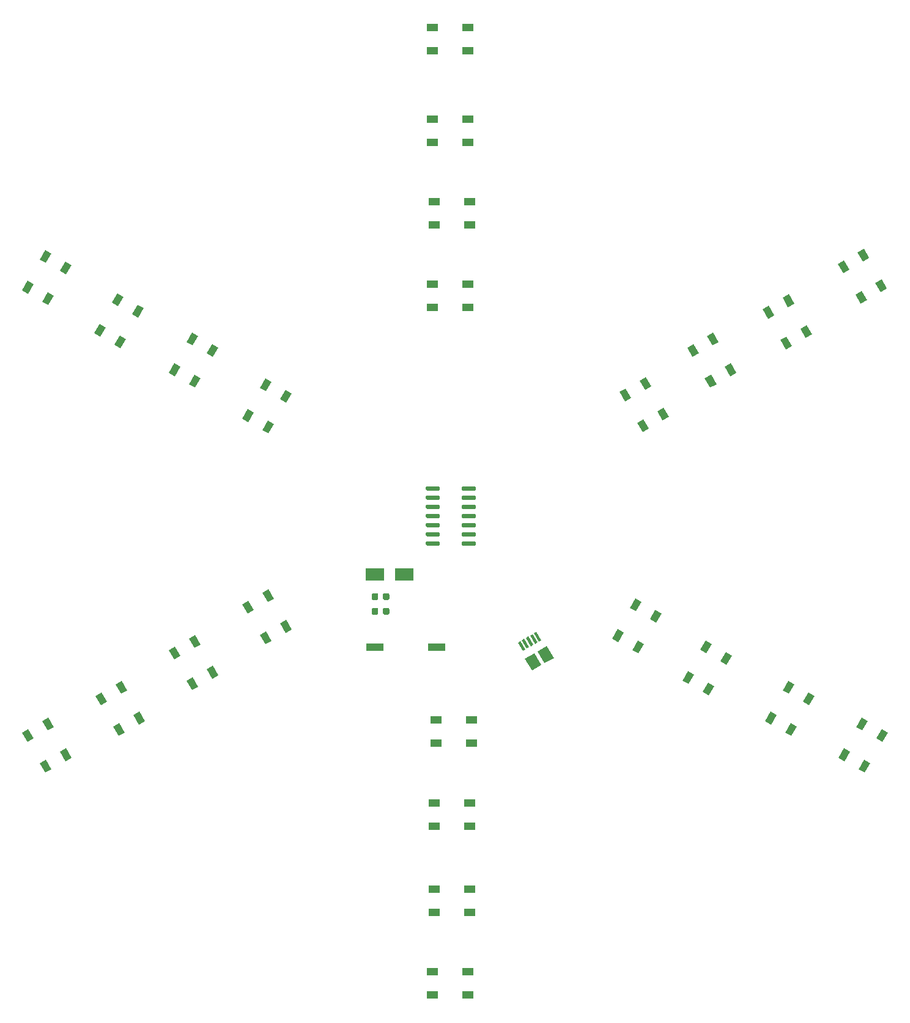
<source format=gbr>
%TF.GenerationSoftware,KiCad,Pcbnew,(5.1.12)-1*%
%TF.CreationDate,2021-12-12T20:51:00-05:00*%
%TF.ProjectId,snowflake,736e6f77-666c-4616-9b65-2e6b69636164,rev?*%
%TF.SameCoordinates,Original*%
%TF.FileFunction,Paste,Top*%
%TF.FilePolarity,Positive*%
%FSLAX46Y46*%
G04 Gerber Fmt 4.6, Leading zero omitted, Abs format (unit mm)*
G04 Created by KiCad (PCBNEW (5.1.12)-1) date 2021-12-12 20:51:00*
%MOMM*%
%LPD*%
G01*
G04 APERTURE LIST*
%ADD10R,2.440000X1.120000*%
%ADD11C,0.100000*%
%ADD12R,1.500000X1.000000*%
%ADD13R,2.500000X1.800000*%
G04 APERTURE END LIST*
D10*
%TO.C,SW1*%
X151790400Y-117195600D03*
X143180400Y-117195600D03*
%TD*%
D11*
%TO.C,D3*%
G36*
X181469295Y-81081657D02*
G01*
X180603269Y-81581657D01*
X179853269Y-80282619D01*
X180719295Y-79782619D01*
X181469295Y-81081657D01*
G37*
G36*
X178698013Y-82681657D02*
G01*
X177831987Y-83181657D01*
X177081987Y-81882619D01*
X177948013Y-81382619D01*
X178698013Y-82681657D01*
G37*
G36*
X183919295Y-85325181D02*
G01*
X183053269Y-85825181D01*
X182303269Y-84526143D01*
X183169295Y-84026143D01*
X183919295Y-85325181D01*
G37*
G36*
X181148013Y-86925181D02*
G01*
X180281987Y-87425181D01*
X179531987Y-86126143D01*
X180398013Y-85626143D01*
X181148013Y-86925181D01*
G37*
%TD*%
%TO.C,D2*%
G36*
X182157754Y-113877757D02*
G01*
X181291728Y-113377757D01*
X182041728Y-112078719D01*
X182907754Y-112578719D01*
X182157754Y-113877757D01*
G37*
G36*
X179386472Y-112277757D02*
G01*
X178520446Y-111777757D01*
X179270446Y-110478719D01*
X180136472Y-110978719D01*
X179386472Y-112277757D01*
G37*
G36*
X179707754Y-118121281D02*
G01*
X178841728Y-117621281D01*
X179591728Y-116322243D01*
X180457754Y-116822243D01*
X179707754Y-118121281D01*
G37*
G36*
X176936472Y-116521281D02*
G01*
X176070446Y-116021281D01*
X176820446Y-114722243D01*
X177686472Y-115222243D01*
X176936472Y-116521281D01*
G37*
%TD*%
%TO.C,C1*%
G36*
G01*
X142780000Y-112518000D02*
X142780000Y-112018000D01*
G75*
G02*
X143005000Y-111793000I225000J0D01*
G01*
X143455000Y-111793000D01*
G75*
G02*
X143680000Y-112018000I0J-225000D01*
G01*
X143680000Y-112518000D01*
G75*
G02*
X143455000Y-112743000I-225000J0D01*
G01*
X143005000Y-112743000D01*
G75*
G02*
X142780000Y-112518000I0J225000D01*
G01*
G37*
G36*
G01*
X144330000Y-112518000D02*
X144330000Y-112018000D01*
G75*
G02*
X144555000Y-111793000I225000J0D01*
G01*
X145005000Y-111793000D01*
G75*
G02*
X145230000Y-112018000I0J-225000D01*
G01*
X145230000Y-112518000D01*
G75*
G02*
X145005000Y-112743000I-225000J0D01*
G01*
X144555000Y-112743000D01*
G75*
G02*
X144330000Y-112518000I0J225000D01*
G01*
G37*
%TD*%
%TO.C,C2*%
G36*
G01*
X144330000Y-110486000D02*
X144330000Y-109986000D01*
G75*
G02*
X144555000Y-109761000I225000J0D01*
G01*
X145005000Y-109761000D01*
G75*
G02*
X145230000Y-109986000I0J-225000D01*
G01*
X145230000Y-110486000D01*
G75*
G02*
X145005000Y-110711000I-225000J0D01*
G01*
X144555000Y-110711000D01*
G75*
G02*
X144330000Y-110486000I0J225000D01*
G01*
G37*
G36*
G01*
X142780000Y-110486000D02*
X142780000Y-109986000D01*
G75*
G02*
X143005000Y-109761000I225000J0D01*
G01*
X143455000Y-109761000D01*
G75*
G02*
X143680000Y-109986000I0J-225000D01*
G01*
X143680000Y-110486000D01*
G75*
G02*
X143455000Y-110711000I-225000J0D01*
G01*
X143005000Y-110711000D01*
G75*
G02*
X142780000Y-110486000I0J225000D01*
G01*
G37*
%TD*%
D12*
%TO.C,D1*%
X151728000Y-127305000D03*
X151728000Y-130505000D03*
X156628000Y-127305000D03*
X156628000Y-130505000D03*
%TD*%
%TO.C,D4*%
X156374000Y-142062000D03*
X156374000Y-138862000D03*
X151474000Y-142062000D03*
X151474000Y-138862000D03*
%TD*%
D11*
%TO.C,D5*%
G36*
X186677372Y-122350381D02*
G01*
X185811346Y-121850381D01*
X186561346Y-120551343D01*
X187427372Y-121051343D01*
X186677372Y-122350381D01*
G37*
G36*
X189448654Y-123950381D02*
G01*
X188582628Y-123450381D01*
X189332628Y-122151343D01*
X190198654Y-122651343D01*
X189448654Y-123950381D01*
G37*
G36*
X189127372Y-118106857D02*
G01*
X188261346Y-117606857D01*
X189011346Y-116307819D01*
X189877372Y-116807819D01*
X189127372Y-118106857D01*
G37*
G36*
X191898654Y-119706857D02*
G01*
X191032628Y-119206857D01*
X191782628Y-117907819D01*
X192648654Y-118407819D01*
X191898654Y-119706857D01*
G37*
%TD*%
%TO.C,D6*%
G36*
X190512372Y-80791281D02*
G01*
X189646346Y-81291281D01*
X188896346Y-79992243D01*
X189762372Y-79492243D01*
X190512372Y-80791281D01*
G37*
G36*
X193283654Y-79191281D02*
G01*
X192417628Y-79691281D01*
X191667628Y-78392243D01*
X192533654Y-77892243D01*
X193283654Y-79191281D01*
G37*
G36*
X188062372Y-76547757D02*
G01*
X187196346Y-77047757D01*
X186446346Y-75748719D01*
X187312372Y-75248719D01*
X188062372Y-76547757D01*
G37*
G36*
X190833654Y-74947757D02*
G01*
X189967628Y-75447757D01*
X189217628Y-74148719D01*
X190083654Y-73648719D01*
X190833654Y-74947757D01*
G37*
%TD*%
D12*
%TO.C,D7*%
X156335900Y-154000000D03*
X156335900Y-150800000D03*
X151435900Y-154000000D03*
X151435900Y-150800000D03*
%TD*%
D11*
%TO.C,D8*%
G36*
X203328654Y-125307757D02*
G01*
X202462628Y-124807757D01*
X203212628Y-123508719D01*
X204078654Y-124008719D01*
X203328654Y-125307757D01*
G37*
G36*
X200557372Y-123707757D02*
G01*
X199691346Y-123207757D01*
X200441346Y-121908719D01*
X201307372Y-122408719D01*
X200557372Y-123707757D01*
G37*
G36*
X200878654Y-129551281D02*
G01*
X200012628Y-129051281D01*
X200762628Y-127752243D01*
X201628654Y-128252243D01*
X200878654Y-129551281D01*
G37*
G36*
X198107372Y-127951281D02*
G01*
X197241346Y-127451281D01*
X197991346Y-126152243D01*
X198857372Y-126652243D01*
X198107372Y-127951281D01*
G37*
%TD*%
%TO.C,D9*%
G36*
X201274154Y-69638957D02*
G01*
X200408128Y-70138957D01*
X199658128Y-68839919D01*
X200524154Y-68339919D01*
X201274154Y-69638957D01*
G37*
G36*
X198502872Y-71238957D02*
G01*
X197636846Y-71738957D01*
X196886846Y-70439919D01*
X197752872Y-69939919D01*
X198502872Y-71238957D01*
G37*
G36*
X203724154Y-73882481D02*
G01*
X202858128Y-74382481D01*
X202108128Y-73083443D01*
X202974154Y-72583443D01*
X203724154Y-73882481D01*
G37*
G36*
X200952872Y-75482481D02*
G01*
X200086846Y-75982481D01*
X199336846Y-74683443D01*
X200202872Y-74183443D01*
X200952872Y-75482481D01*
G37*
%TD*%
D12*
%TO.C,D10*%
X151220000Y-162230000D03*
X151220000Y-165430000D03*
X156120000Y-162230000D03*
X156120000Y-165430000D03*
%TD*%
D11*
%TO.C,D11*%
G36*
X208267372Y-133031281D02*
G01*
X207401346Y-132531281D01*
X208151346Y-131232243D01*
X209017372Y-131732243D01*
X208267372Y-133031281D01*
G37*
G36*
X211038654Y-134631281D02*
G01*
X210172628Y-134131281D01*
X210922628Y-132832243D01*
X211788654Y-133332243D01*
X211038654Y-134631281D01*
G37*
G36*
X210717372Y-128787757D02*
G01*
X209851346Y-128287757D01*
X210601346Y-126988719D01*
X211467372Y-127488719D01*
X210717372Y-128787757D01*
G37*
G36*
X213488654Y-130387757D02*
G01*
X212622628Y-129887757D01*
X213372628Y-128588719D01*
X214238654Y-129088719D01*
X213488654Y-130387757D01*
G37*
%TD*%
%TO.C,D12*%
G36*
X211674354Y-63327257D02*
G01*
X210808328Y-63827257D01*
X210058328Y-62528219D01*
X210924354Y-62028219D01*
X211674354Y-63327257D01*
G37*
G36*
X208903072Y-64927257D02*
G01*
X208037046Y-65427257D01*
X207287046Y-64128219D01*
X208153072Y-63628219D01*
X208903072Y-64927257D01*
G37*
G36*
X214124354Y-67570781D02*
G01*
X213258328Y-68070781D01*
X212508328Y-66771743D01*
X213374354Y-66271743D01*
X214124354Y-67570781D01*
G37*
G36*
X211353072Y-69170781D02*
G01*
X210487046Y-69670781D01*
X209737046Y-68371743D01*
X210603072Y-67871743D01*
X211353072Y-69170781D01*
G37*
%TD*%
D12*
%TO.C,D13*%
X151220000Y-66980000D03*
X151220000Y-70180000D03*
X156120000Y-66980000D03*
X156120000Y-70180000D03*
%TD*%
D11*
%TO.C,D14*%
G36*
X125601346Y-84242243D02*
G01*
X126467372Y-84742243D01*
X125717372Y-86041281D01*
X124851346Y-85541281D01*
X125601346Y-84242243D01*
G37*
G36*
X128372628Y-85842243D02*
G01*
X129238654Y-86342243D01*
X128488654Y-87641281D01*
X127622628Y-87141281D01*
X128372628Y-85842243D01*
G37*
G36*
X128051346Y-79998719D02*
G01*
X128917372Y-80498719D01*
X128167372Y-81797757D01*
X127301346Y-81297757D01*
X128051346Y-79998719D01*
G37*
G36*
X130822628Y-81598719D02*
G01*
X131688654Y-82098719D01*
X130938654Y-83397757D01*
X130072628Y-82897757D01*
X130822628Y-81598719D01*
G37*
%TD*%
%TO.C,D15*%
G36*
X127301346Y-115552243D02*
G01*
X128167372Y-115052243D01*
X128917372Y-116351281D01*
X128051346Y-116851281D01*
X127301346Y-115552243D01*
G37*
G36*
X130072628Y-113952243D02*
G01*
X130938654Y-113452243D01*
X131688654Y-114751281D01*
X130822628Y-115251281D01*
X130072628Y-113952243D01*
G37*
G36*
X124851346Y-111308719D02*
G01*
X125717372Y-110808719D01*
X126467372Y-112107757D01*
X125601346Y-112607757D01*
X124851346Y-111308719D01*
G37*
G36*
X127622628Y-109708719D02*
G01*
X128488654Y-109208719D01*
X129238654Y-110507757D01*
X128372628Y-111007757D01*
X127622628Y-109708719D01*
G37*
%TD*%
D12*
%TO.C,D16*%
X151410500Y-55550000D03*
X151410500Y-58750000D03*
X156310500Y-55550000D03*
X156310500Y-58750000D03*
%TD*%
D11*
%TO.C,D17*%
G36*
X120662628Y-75248719D02*
G01*
X121528654Y-75748719D01*
X120778654Y-77047757D01*
X119912628Y-76547757D01*
X120662628Y-75248719D01*
G37*
G36*
X117891346Y-73648719D02*
G01*
X118757372Y-74148719D01*
X118007372Y-75447757D01*
X117141346Y-74947757D01*
X117891346Y-73648719D01*
G37*
G36*
X118212628Y-79492243D02*
G01*
X119078654Y-79992243D01*
X118328654Y-81291281D01*
X117462628Y-80791281D01*
X118212628Y-79492243D01*
G37*
G36*
X115441346Y-77892243D02*
G01*
X116307372Y-78392243D01*
X115557372Y-79691281D01*
X114691346Y-79191281D01*
X115441346Y-77892243D01*
G37*
%TD*%
%TO.C,D18*%
G36*
X117462628Y-116058719D02*
G01*
X118328654Y-115558719D01*
X119078654Y-116857757D01*
X118212628Y-117357757D01*
X117462628Y-116058719D01*
G37*
G36*
X114691346Y-117658719D02*
G01*
X115557372Y-117158719D01*
X116307372Y-118457757D01*
X115441346Y-118957757D01*
X114691346Y-117658719D01*
G37*
G36*
X119912628Y-120302243D02*
G01*
X120778654Y-119802243D01*
X121528654Y-121101281D01*
X120662628Y-121601281D01*
X119912628Y-120302243D01*
G37*
G36*
X117141346Y-121902243D02*
G01*
X118007372Y-121402243D01*
X118757372Y-122701281D01*
X117891346Y-123201281D01*
X117141346Y-121902243D01*
G37*
%TD*%
D12*
%TO.C,D19*%
X156120000Y-47320000D03*
X156120000Y-44120000D03*
X151220000Y-47320000D03*
X151220000Y-44120000D03*
%TD*%
D11*
%TO.C,D20*%
G36*
X105120705Y-72430481D02*
G01*
X105986731Y-72930481D01*
X105236731Y-74229519D01*
X104370705Y-73729519D01*
X105120705Y-72430481D01*
G37*
G36*
X107891987Y-74030481D02*
G01*
X108758013Y-74530481D01*
X108008013Y-75829519D01*
X107141987Y-75329519D01*
X107891987Y-74030481D01*
G37*
G36*
X107570705Y-68186957D02*
G01*
X108436731Y-68686957D01*
X107686731Y-69985995D01*
X106820705Y-69485995D01*
X107570705Y-68186957D01*
G37*
G36*
X110341987Y-69786957D02*
G01*
X111208013Y-70286957D01*
X110458013Y-71585995D01*
X109591987Y-71085995D01*
X110341987Y-69786957D01*
G37*
%TD*%
%TO.C,D21*%
G36*
X106981346Y-128252243D02*
G01*
X107847372Y-127752243D01*
X108597372Y-129051281D01*
X107731346Y-129551281D01*
X106981346Y-128252243D01*
G37*
G36*
X109752628Y-126652243D02*
G01*
X110618654Y-126152243D01*
X111368654Y-127451281D01*
X110502628Y-127951281D01*
X109752628Y-126652243D01*
G37*
G36*
X104531346Y-124008719D02*
G01*
X105397372Y-123508719D01*
X106147372Y-124807757D01*
X105281346Y-125307757D01*
X104531346Y-124008719D01*
G37*
G36*
X107302628Y-122408719D02*
G01*
X108168654Y-121908719D01*
X108918654Y-123207757D01*
X108052628Y-123707757D01*
X107302628Y-122408719D01*
G37*
%TD*%
D12*
%TO.C,D22*%
X151220000Y-31420000D03*
X151220000Y-34620000D03*
X156120000Y-31420000D03*
X156120000Y-34620000D03*
%TD*%
D11*
%TO.C,D23*%
G36*
X100342628Y-63818719D02*
G01*
X101208654Y-64318719D01*
X100458654Y-65617757D01*
X99592628Y-65117757D01*
X100342628Y-63818719D01*
G37*
G36*
X97571346Y-62218719D02*
G01*
X98437372Y-62718719D01*
X97687372Y-64017757D01*
X96821346Y-63517757D01*
X97571346Y-62218719D01*
G37*
G36*
X97892628Y-68062243D02*
G01*
X98758654Y-68562243D01*
X98008654Y-69861281D01*
X97142628Y-69361281D01*
X97892628Y-68062243D01*
G37*
G36*
X95121346Y-66462243D02*
G01*
X95987372Y-66962243D01*
X95237372Y-68261281D01*
X94371346Y-67761281D01*
X95121346Y-66462243D01*
G37*
%TD*%
%TO.C,D24*%
G36*
X97142628Y-127488719D02*
G01*
X98008654Y-126988719D01*
X98758654Y-128287757D01*
X97892628Y-128787757D01*
X97142628Y-127488719D01*
G37*
G36*
X94371346Y-129088719D02*
G01*
X95237372Y-128588719D01*
X95987372Y-129887757D01*
X95121346Y-130387757D01*
X94371346Y-129088719D01*
G37*
G36*
X99592628Y-131732243D02*
G01*
X100458654Y-131232243D01*
X101208654Y-132531281D01*
X100342628Y-133031281D01*
X99592628Y-131732243D01*
G37*
G36*
X96821346Y-133332243D02*
G01*
X97687372Y-132832243D01*
X98437372Y-134131281D01*
X97571346Y-134631281D01*
X96821346Y-133332243D01*
G37*
%TD*%
%TO.C,J2*%
G36*
X166689656Y-119473030D02*
G01*
X165739656Y-117827582D01*
X167038694Y-117077582D01*
X167988694Y-118723030D01*
X166689656Y-119473030D01*
G37*
G36*
X164249528Y-117446605D02*
G01*
X163574528Y-116277471D01*
X163920938Y-116077471D01*
X164595938Y-117246605D01*
X164249528Y-117446605D01*
G37*
G36*
X163686612Y-117771605D02*
G01*
X163011612Y-116602471D01*
X163358022Y-116402471D01*
X164033022Y-117571605D01*
X163686612Y-117771605D01*
G37*
G36*
X165938278Y-116471605D02*
G01*
X165263278Y-115302471D01*
X165609688Y-115102471D01*
X166284688Y-116271605D01*
X165938278Y-116471605D01*
G37*
G36*
X165375362Y-116796605D02*
G01*
X164700362Y-115627471D01*
X165046772Y-115427471D01*
X165721772Y-116596605D01*
X165375362Y-116796605D01*
G37*
G36*
X164812445Y-117121605D02*
G01*
X164137445Y-115952471D01*
X164483855Y-115752471D01*
X165158855Y-116921605D01*
X164812445Y-117121605D01*
G37*
G36*
X164957606Y-120473030D02*
G01*
X164007606Y-118827582D01*
X165306644Y-118077582D01*
X166256644Y-119723030D01*
X164957606Y-120473030D01*
G37*
%TD*%
%TO.C,U1*%
G36*
G01*
X150285000Y-95400000D02*
X150285000Y-95100000D01*
G75*
G02*
X150435000Y-94950000I150000J0D01*
G01*
X152085000Y-94950000D01*
G75*
G02*
X152235000Y-95100000I0J-150000D01*
G01*
X152235000Y-95400000D01*
G75*
G02*
X152085000Y-95550000I-150000J0D01*
G01*
X150435000Y-95550000D01*
G75*
G02*
X150285000Y-95400000I0J150000D01*
G01*
G37*
G36*
G01*
X150285000Y-96670000D02*
X150285000Y-96370000D01*
G75*
G02*
X150435000Y-96220000I150000J0D01*
G01*
X152085000Y-96220000D01*
G75*
G02*
X152235000Y-96370000I0J-150000D01*
G01*
X152235000Y-96670000D01*
G75*
G02*
X152085000Y-96820000I-150000J0D01*
G01*
X150435000Y-96820000D01*
G75*
G02*
X150285000Y-96670000I0J150000D01*
G01*
G37*
G36*
G01*
X150285000Y-97940000D02*
X150285000Y-97640000D01*
G75*
G02*
X150435000Y-97490000I150000J0D01*
G01*
X152085000Y-97490000D01*
G75*
G02*
X152235000Y-97640000I0J-150000D01*
G01*
X152235000Y-97940000D01*
G75*
G02*
X152085000Y-98090000I-150000J0D01*
G01*
X150435000Y-98090000D01*
G75*
G02*
X150285000Y-97940000I0J150000D01*
G01*
G37*
G36*
G01*
X150285000Y-99210000D02*
X150285000Y-98910000D01*
G75*
G02*
X150435000Y-98760000I150000J0D01*
G01*
X152085000Y-98760000D01*
G75*
G02*
X152235000Y-98910000I0J-150000D01*
G01*
X152235000Y-99210000D01*
G75*
G02*
X152085000Y-99360000I-150000J0D01*
G01*
X150435000Y-99360000D01*
G75*
G02*
X150285000Y-99210000I0J150000D01*
G01*
G37*
G36*
G01*
X150285000Y-100480000D02*
X150285000Y-100180000D01*
G75*
G02*
X150435000Y-100030000I150000J0D01*
G01*
X152085000Y-100030000D01*
G75*
G02*
X152235000Y-100180000I0J-150000D01*
G01*
X152235000Y-100480000D01*
G75*
G02*
X152085000Y-100630000I-150000J0D01*
G01*
X150435000Y-100630000D01*
G75*
G02*
X150285000Y-100480000I0J150000D01*
G01*
G37*
G36*
G01*
X150285000Y-101750000D02*
X150285000Y-101450000D01*
G75*
G02*
X150435000Y-101300000I150000J0D01*
G01*
X152085000Y-101300000D01*
G75*
G02*
X152235000Y-101450000I0J-150000D01*
G01*
X152235000Y-101750000D01*
G75*
G02*
X152085000Y-101900000I-150000J0D01*
G01*
X150435000Y-101900000D01*
G75*
G02*
X150285000Y-101750000I0J150000D01*
G01*
G37*
G36*
G01*
X150285000Y-103020000D02*
X150285000Y-102720000D01*
G75*
G02*
X150435000Y-102570000I150000J0D01*
G01*
X152085000Y-102570000D01*
G75*
G02*
X152235000Y-102720000I0J-150000D01*
G01*
X152235000Y-103020000D01*
G75*
G02*
X152085000Y-103170000I-150000J0D01*
G01*
X150435000Y-103170000D01*
G75*
G02*
X150285000Y-103020000I0J150000D01*
G01*
G37*
G36*
G01*
X155235000Y-103020000D02*
X155235000Y-102720000D01*
G75*
G02*
X155385000Y-102570000I150000J0D01*
G01*
X157035000Y-102570000D01*
G75*
G02*
X157185000Y-102720000I0J-150000D01*
G01*
X157185000Y-103020000D01*
G75*
G02*
X157035000Y-103170000I-150000J0D01*
G01*
X155385000Y-103170000D01*
G75*
G02*
X155235000Y-103020000I0J150000D01*
G01*
G37*
G36*
G01*
X155235000Y-101750000D02*
X155235000Y-101450000D01*
G75*
G02*
X155385000Y-101300000I150000J0D01*
G01*
X157035000Y-101300000D01*
G75*
G02*
X157185000Y-101450000I0J-150000D01*
G01*
X157185000Y-101750000D01*
G75*
G02*
X157035000Y-101900000I-150000J0D01*
G01*
X155385000Y-101900000D01*
G75*
G02*
X155235000Y-101750000I0J150000D01*
G01*
G37*
G36*
G01*
X155235000Y-100480000D02*
X155235000Y-100180000D01*
G75*
G02*
X155385000Y-100030000I150000J0D01*
G01*
X157035000Y-100030000D01*
G75*
G02*
X157185000Y-100180000I0J-150000D01*
G01*
X157185000Y-100480000D01*
G75*
G02*
X157035000Y-100630000I-150000J0D01*
G01*
X155385000Y-100630000D01*
G75*
G02*
X155235000Y-100480000I0J150000D01*
G01*
G37*
G36*
G01*
X155235000Y-99210000D02*
X155235000Y-98910000D01*
G75*
G02*
X155385000Y-98760000I150000J0D01*
G01*
X157035000Y-98760000D01*
G75*
G02*
X157185000Y-98910000I0J-150000D01*
G01*
X157185000Y-99210000D01*
G75*
G02*
X157035000Y-99360000I-150000J0D01*
G01*
X155385000Y-99360000D01*
G75*
G02*
X155235000Y-99210000I0J150000D01*
G01*
G37*
G36*
G01*
X155235000Y-97940000D02*
X155235000Y-97640000D01*
G75*
G02*
X155385000Y-97490000I150000J0D01*
G01*
X157035000Y-97490000D01*
G75*
G02*
X157185000Y-97640000I0J-150000D01*
G01*
X157185000Y-97940000D01*
G75*
G02*
X157035000Y-98090000I-150000J0D01*
G01*
X155385000Y-98090000D01*
G75*
G02*
X155235000Y-97940000I0J150000D01*
G01*
G37*
G36*
G01*
X155235000Y-96670000D02*
X155235000Y-96370000D01*
G75*
G02*
X155385000Y-96220000I150000J0D01*
G01*
X157035000Y-96220000D01*
G75*
G02*
X157185000Y-96370000I0J-150000D01*
G01*
X157185000Y-96670000D01*
G75*
G02*
X157035000Y-96820000I-150000J0D01*
G01*
X155385000Y-96820000D01*
G75*
G02*
X155235000Y-96670000I0J150000D01*
G01*
G37*
G36*
G01*
X155235000Y-95400000D02*
X155235000Y-95100000D01*
G75*
G02*
X155385000Y-94950000I150000J0D01*
G01*
X157035000Y-94950000D01*
G75*
G02*
X157185000Y-95100000I0J-150000D01*
G01*
X157185000Y-95400000D01*
G75*
G02*
X157035000Y-95550000I-150000J0D01*
G01*
X155385000Y-95550000D01*
G75*
G02*
X155235000Y-95400000I0J150000D01*
G01*
G37*
%TD*%
D13*
%TO.C,D25*%
X143256000Y-107188000D03*
X147256000Y-107188000D03*
%TD*%
M02*

</source>
